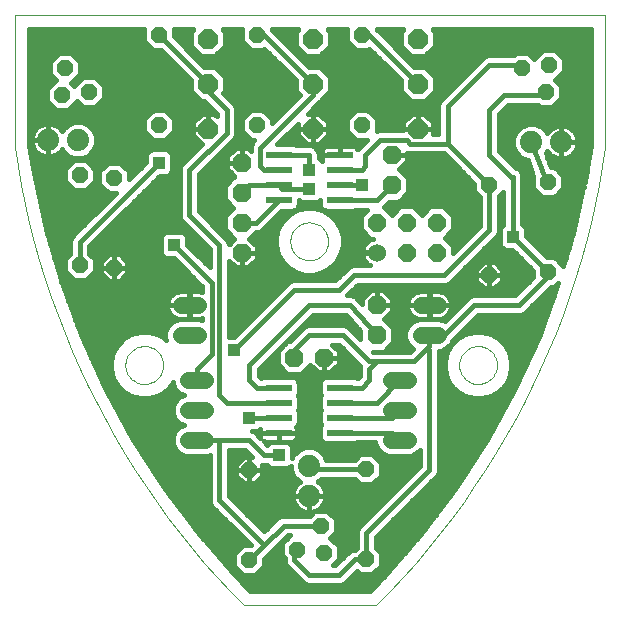
<source format=gtl>
G75*
%MOIN*%
%OFA0B0*%
%FSLAX24Y24*%
%IPPOS*%
%LPD*%
%AMOC8*
5,1,8,0,0,1.08239X$1,22.5*
%
%ADD10C,0.0010*%
%ADD11C,0.0000*%
%ADD12C,0.0740*%
%ADD13OC8,0.0520*%
%ADD14R,0.0866X0.0236*%
%ADD15OC8,0.0660*%
%ADD16OC8,0.0630*%
%ADD17C,0.0600*%
%ADD18OC8,0.0600*%
%ADD19C,0.0560*%
%ADD20C,0.0160*%
%ADD21R,0.0396X0.0396*%
D10*
X014000Y004680D02*
X018420Y004680D01*
X026050Y019940D02*
X026050Y024360D01*
X006370Y024360D01*
X006370Y019940D01*
X018420Y004680D02*
X018869Y005140D01*
X019307Y005611D01*
X019734Y006092D01*
X020149Y006582D01*
X020552Y007083D01*
X020944Y007593D01*
X021323Y008113D01*
X021689Y008641D01*
X022043Y009178D01*
X022384Y009723D01*
X022712Y010276D01*
X023026Y010836D01*
X023328Y011404D01*
X023615Y011979D01*
X023889Y012561D01*
X024149Y013149D01*
X024394Y013743D01*
X024626Y014343D01*
X024843Y014948D01*
X025046Y015558D01*
X025234Y016173D01*
X025407Y016792D01*
X025565Y017415D01*
X025709Y018042D01*
X025838Y018672D01*
X025951Y019305D01*
X026050Y019940D01*
X014000Y004680D02*
X013551Y005140D01*
X013113Y005611D01*
X012686Y006092D01*
X012271Y006582D01*
X011868Y007083D01*
X011476Y007593D01*
X011097Y008113D01*
X010731Y008641D01*
X010377Y009178D01*
X010036Y009723D01*
X009708Y010276D01*
X009394Y010836D01*
X009092Y011404D01*
X008805Y011979D01*
X008531Y012561D01*
X008271Y013149D01*
X008026Y013743D01*
X007794Y014343D01*
X007577Y014948D01*
X007374Y015558D01*
X007186Y016173D01*
X007013Y016792D01*
X006855Y017415D01*
X006711Y018042D01*
X006582Y018672D01*
X006469Y019305D01*
X006370Y019940D01*
D11*
X010050Y012680D02*
X010052Y012730D01*
X010058Y012780D01*
X010068Y012829D01*
X010082Y012877D01*
X010099Y012924D01*
X010120Y012969D01*
X010145Y013013D01*
X010173Y013054D01*
X010205Y013093D01*
X010239Y013130D01*
X010276Y013164D01*
X010316Y013194D01*
X010358Y013221D01*
X010402Y013245D01*
X010448Y013266D01*
X010495Y013282D01*
X010543Y013295D01*
X010593Y013304D01*
X010642Y013309D01*
X010693Y013310D01*
X010743Y013307D01*
X010792Y013300D01*
X010841Y013289D01*
X010889Y013274D01*
X010935Y013256D01*
X010980Y013234D01*
X011023Y013208D01*
X011064Y013179D01*
X011103Y013147D01*
X011139Y013112D01*
X011171Y013074D01*
X011201Y013034D01*
X011228Y012991D01*
X011251Y012947D01*
X011270Y012901D01*
X011286Y012853D01*
X011298Y012804D01*
X011306Y012755D01*
X011310Y012705D01*
X011310Y012655D01*
X011306Y012605D01*
X011298Y012556D01*
X011286Y012507D01*
X011270Y012459D01*
X011251Y012413D01*
X011228Y012369D01*
X011201Y012326D01*
X011171Y012286D01*
X011139Y012248D01*
X011103Y012213D01*
X011064Y012181D01*
X011023Y012152D01*
X010980Y012126D01*
X010935Y012104D01*
X010889Y012086D01*
X010841Y012071D01*
X010792Y012060D01*
X010743Y012053D01*
X010693Y012050D01*
X010642Y012051D01*
X010593Y012056D01*
X010543Y012065D01*
X010495Y012078D01*
X010448Y012094D01*
X010402Y012115D01*
X010358Y012139D01*
X010316Y012166D01*
X010276Y012196D01*
X010239Y012230D01*
X010205Y012267D01*
X010173Y012306D01*
X010145Y012347D01*
X010120Y012391D01*
X010099Y012436D01*
X010082Y012483D01*
X010068Y012531D01*
X010058Y012580D01*
X010052Y012630D01*
X010050Y012680D01*
X015550Y016805D02*
X015552Y016855D01*
X015558Y016905D01*
X015568Y016954D01*
X015582Y017002D01*
X015599Y017049D01*
X015620Y017094D01*
X015645Y017138D01*
X015673Y017179D01*
X015705Y017218D01*
X015739Y017255D01*
X015776Y017289D01*
X015816Y017319D01*
X015858Y017346D01*
X015902Y017370D01*
X015948Y017391D01*
X015995Y017407D01*
X016043Y017420D01*
X016093Y017429D01*
X016142Y017434D01*
X016193Y017435D01*
X016243Y017432D01*
X016292Y017425D01*
X016341Y017414D01*
X016389Y017399D01*
X016435Y017381D01*
X016480Y017359D01*
X016523Y017333D01*
X016564Y017304D01*
X016603Y017272D01*
X016639Y017237D01*
X016671Y017199D01*
X016701Y017159D01*
X016728Y017116D01*
X016751Y017072D01*
X016770Y017026D01*
X016786Y016978D01*
X016798Y016929D01*
X016806Y016880D01*
X016810Y016830D01*
X016810Y016780D01*
X016806Y016730D01*
X016798Y016681D01*
X016786Y016632D01*
X016770Y016584D01*
X016751Y016538D01*
X016728Y016494D01*
X016701Y016451D01*
X016671Y016411D01*
X016639Y016373D01*
X016603Y016338D01*
X016564Y016306D01*
X016523Y016277D01*
X016480Y016251D01*
X016435Y016229D01*
X016389Y016211D01*
X016341Y016196D01*
X016292Y016185D01*
X016243Y016178D01*
X016193Y016175D01*
X016142Y016176D01*
X016093Y016181D01*
X016043Y016190D01*
X015995Y016203D01*
X015948Y016219D01*
X015902Y016240D01*
X015858Y016264D01*
X015816Y016291D01*
X015776Y016321D01*
X015739Y016355D01*
X015705Y016392D01*
X015673Y016431D01*
X015645Y016472D01*
X015620Y016516D01*
X015599Y016561D01*
X015582Y016608D01*
X015568Y016656D01*
X015558Y016705D01*
X015552Y016755D01*
X015550Y016805D01*
X021175Y012680D02*
X021177Y012730D01*
X021183Y012780D01*
X021193Y012829D01*
X021207Y012877D01*
X021224Y012924D01*
X021245Y012969D01*
X021270Y013013D01*
X021298Y013054D01*
X021330Y013093D01*
X021364Y013130D01*
X021401Y013164D01*
X021441Y013194D01*
X021483Y013221D01*
X021527Y013245D01*
X021573Y013266D01*
X021620Y013282D01*
X021668Y013295D01*
X021718Y013304D01*
X021767Y013309D01*
X021818Y013310D01*
X021868Y013307D01*
X021917Y013300D01*
X021966Y013289D01*
X022014Y013274D01*
X022060Y013256D01*
X022105Y013234D01*
X022148Y013208D01*
X022189Y013179D01*
X022228Y013147D01*
X022264Y013112D01*
X022296Y013074D01*
X022326Y013034D01*
X022353Y012991D01*
X022376Y012947D01*
X022395Y012901D01*
X022411Y012853D01*
X022423Y012804D01*
X022431Y012755D01*
X022435Y012705D01*
X022435Y012655D01*
X022431Y012605D01*
X022423Y012556D01*
X022411Y012507D01*
X022395Y012459D01*
X022376Y012413D01*
X022353Y012369D01*
X022326Y012326D01*
X022296Y012286D01*
X022264Y012248D01*
X022228Y012213D01*
X022189Y012181D01*
X022148Y012152D01*
X022105Y012126D01*
X022060Y012104D01*
X022014Y012086D01*
X021966Y012071D01*
X021917Y012060D01*
X021868Y012053D01*
X021818Y012050D01*
X021767Y012051D01*
X021718Y012056D01*
X021668Y012065D01*
X021620Y012078D01*
X021573Y012094D01*
X021527Y012115D01*
X021483Y012139D01*
X021441Y012166D01*
X021401Y012196D01*
X021364Y012230D01*
X021330Y012267D01*
X021298Y012306D01*
X021270Y012347D01*
X021245Y012391D01*
X021224Y012436D01*
X021207Y012483D01*
X021193Y012531D01*
X021183Y012580D01*
X021177Y012630D01*
X021175Y012680D01*
D12*
X016170Y009330D03*
X016170Y008330D03*
X023580Y020115D03*
X024580Y020115D03*
X008470Y020180D03*
X007470Y020180D03*
D13*
X008530Y019010D03*
X009680Y018930D03*
X011180Y020680D03*
X008830Y021780D03*
X007930Y021680D03*
X008030Y022580D03*
X011180Y023680D03*
X014430Y023680D03*
X014430Y020680D03*
X017930Y020680D03*
X017930Y023680D03*
X023280Y022580D03*
X024180Y022680D03*
X024080Y021780D03*
X024150Y018780D03*
X022180Y018680D03*
X022180Y015680D03*
X024150Y015780D03*
X018080Y009200D03*
X016580Y007330D03*
X016680Y006430D03*
X015780Y006530D03*
X014180Y006180D03*
X014180Y009180D03*
X018080Y006200D03*
X009680Y015930D03*
X008530Y016010D03*
D14*
X015156Y018180D03*
X015156Y018680D03*
X015156Y019180D03*
X015156Y019680D03*
X017204Y019680D03*
X017204Y019180D03*
X017204Y018680D03*
X017204Y018180D03*
X017204Y011930D03*
X017204Y011430D03*
X017204Y010930D03*
X017204Y010430D03*
X015156Y010430D03*
X015156Y010930D03*
X015156Y011430D03*
X015156Y011930D03*
D15*
X016305Y020555D03*
X016305Y022055D03*
X016305Y023555D03*
X012805Y023555D03*
X012805Y022055D03*
X012805Y020555D03*
X019805Y020555D03*
X019805Y022055D03*
X019805Y023555D03*
D16*
X018930Y019680D03*
X018930Y018680D03*
X018430Y014680D03*
X018430Y013680D03*
X016680Y012930D03*
X015680Y012930D03*
X013930Y016430D03*
X013930Y017430D03*
X013930Y018430D03*
X013930Y019430D03*
D17*
X018430Y016430D03*
D18*
X019430Y016430D03*
X020430Y016430D03*
X020430Y017430D03*
X019430Y017430D03*
X018430Y017430D03*
D19*
X019900Y014680D02*
X020460Y014680D01*
X020460Y013680D02*
X019900Y013680D01*
X019460Y012180D02*
X018900Y012180D01*
X018900Y011180D02*
X019460Y011180D01*
X019460Y010180D02*
X018900Y010180D01*
X012710Y010180D02*
X012150Y010180D01*
X012150Y011180D02*
X012710Y011180D01*
X012710Y012180D02*
X012150Y012180D01*
X011900Y013680D02*
X012460Y013680D01*
X012460Y014680D02*
X011900Y014680D01*
D20*
X011318Y008643D02*
X012860Y008643D01*
X012860Y008801D02*
X011215Y008801D01*
X011311Y008652D02*
X010288Y010245D01*
X009381Y011908D01*
X008595Y013631D01*
X007934Y015406D01*
X007402Y017223D01*
X007001Y019074D01*
X006855Y019978D01*
X006855Y023875D01*
X010680Y023875D01*
X010680Y023473D01*
X010973Y023180D01*
X011227Y023180D01*
X012235Y022172D01*
X012235Y021819D01*
X012569Y021485D01*
X012672Y021485D01*
X013110Y021047D01*
X013110Y020971D01*
X013016Y021065D01*
X012805Y021065D01*
X012805Y020555D01*
X012805Y020555D01*
X012805Y020555D01*
X012295Y020555D01*
X012295Y020766D01*
X012594Y021065D01*
X012805Y021065D01*
X012805Y020555D01*
X012295Y020555D01*
X012295Y020344D01*
X012593Y020046D01*
X011909Y019361D01*
X011860Y019244D01*
X011860Y019116D01*
X011860Y017616D01*
X011909Y017499D01*
X011999Y017409D01*
X012860Y016547D01*
X012860Y015953D01*
X012118Y016694D01*
X012118Y016926D01*
X012082Y017014D01*
X012014Y017082D01*
X011926Y017118D01*
X011434Y017118D01*
X011346Y017082D01*
X011278Y017014D01*
X011242Y016926D01*
X011242Y016434D01*
X011278Y016346D01*
X011346Y016278D01*
X011434Y016242D01*
X011666Y016242D01*
X012610Y015297D01*
X012610Y015115D01*
X012568Y015129D01*
X012496Y015140D01*
X012190Y015140D01*
X012190Y014690D01*
X012170Y014690D01*
X012170Y015140D01*
X011864Y015140D01*
X011792Y015129D01*
X011723Y015106D01*
X011659Y015073D01*
X011600Y015031D01*
X011549Y014980D01*
X011507Y014921D01*
X011474Y014857D01*
X011451Y014788D01*
X011440Y014716D01*
X011440Y014690D01*
X012170Y014690D01*
X012170Y014670D01*
X012190Y014670D01*
X012190Y014220D01*
X012496Y014220D01*
X012568Y014231D01*
X012610Y014245D01*
X012610Y014181D01*
X012563Y014200D01*
X011797Y014200D01*
X011605Y014121D01*
X011459Y013975D01*
X011380Y013783D01*
X011380Y013577D01*
X011399Y013531D01*
X011362Y013568D01*
X011108Y013714D01*
X010826Y013790D01*
X010534Y013790D01*
X010252Y013714D01*
X009998Y013568D01*
X009792Y013362D01*
X009646Y013108D01*
X009570Y012826D01*
X009570Y012534D01*
X009646Y012252D01*
X009792Y011998D01*
X009998Y011792D01*
X010252Y011646D01*
X010534Y011570D01*
X010826Y011570D01*
X011108Y011646D01*
X011362Y011792D01*
X011568Y011998D01*
X011630Y012106D01*
X011630Y012077D01*
X011709Y011885D01*
X011855Y011739D01*
X011998Y011680D01*
X011855Y011621D01*
X011709Y011475D01*
X011630Y011283D01*
X011630Y011077D01*
X011709Y010885D01*
X011855Y010739D01*
X011998Y010680D01*
X011855Y010621D01*
X011709Y010475D01*
X011630Y010283D01*
X011630Y010077D01*
X011709Y009885D01*
X011855Y009739D01*
X012047Y009660D01*
X012813Y009660D01*
X012860Y009679D01*
X012860Y008116D01*
X012909Y007999D01*
X014227Y006680D01*
X013973Y006680D01*
X013680Y006387D01*
X013680Y005973D01*
X013973Y005680D01*
X014387Y005680D01*
X014680Y005973D01*
X014680Y006227D01*
X014861Y006409D01*
X014951Y006499D01*
X015463Y007010D01*
X015553Y007010D01*
X015280Y006737D01*
X015280Y006323D01*
X015360Y006243D01*
X015360Y006116D01*
X015409Y005999D01*
X015499Y005909D01*
X015999Y005409D01*
X016116Y005360D01*
X017244Y005360D01*
X017361Y005409D01*
X017451Y005499D01*
X017763Y005810D01*
X017873Y005700D01*
X018287Y005700D01*
X018580Y005993D01*
X018580Y006407D01*
X018400Y006587D01*
X018400Y006947D01*
X020451Y008999D01*
X020500Y009116D01*
X020500Y013160D01*
X020563Y013160D01*
X020755Y013239D01*
X020901Y013385D01*
X020945Y013493D01*
X020951Y013499D01*
X021813Y014360D01*
X023244Y014360D01*
X023361Y014409D01*
X023451Y014499D01*
X024233Y015280D01*
X024357Y015280D01*
X024487Y015410D01*
X024486Y015405D01*
X023825Y013631D01*
X023039Y011908D01*
X022132Y010245D01*
X021109Y008652D01*
X019975Y007136D01*
X018735Y005704D01*
X018214Y005165D01*
X014206Y005165D01*
X013685Y005704D01*
X012445Y007136D01*
X011311Y008652D01*
X011437Y008484D02*
X012860Y008484D01*
X012860Y008326D02*
X011555Y008326D01*
X011674Y008167D02*
X012860Y008167D01*
X012905Y008009D02*
X011792Y008009D01*
X011911Y007850D02*
X013057Y007850D01*
X013216Y007692D02*
X012030Y007692D01*
X012148Y007533D02*
X013374Y007533D01*
X013533Y007375D02*
X012267Y007375D01*
X012385Y007216D02*
X013691Y007216D01*
X013850Y007058D02*
X012513Y007058D01*
X012651Y006899D02*
X014008Y006899D01*
X014167Y006741D02*
X012788Y006741D01*
X012925Y006582D02*
X013875Y006582D01*
X013716Y006424D02*
X013062Y006424D01*
X013200Y006265D02*
X013680Y006265D01*
X013680Y006107D02*
X013337Y006107D01*
X013474Y005948D02*
X013705Y005948D01*
X013612Y005790D02*
X013863Y005790D01*
X013756Y005631D02*
X015776Y005631D01*
X015618Y005790D02*
X014497Y005790D01*
X014655Y005948D02*
X015459Y005948D01*
X015364Y006107D02*
X014680Y006107D01*
X014718Y006265D02*
X015338Y006265D01*
X015280Y006424D02*
X014876Y006424D01*
X015035Y006582D02*
X015280Y006582D01*
X015283Y006741D02*
X015193Y006741D01*
X015352Y006899D02*
X015442Y006899D01*
X015780Y006530D02*
X015680Y006430D01*
X015680Y006180D01*
X016180Y005680D01*
X017180Y005680D01*
X017700Y006200D01*
X018080Y006200D01*
X018080Y007080D01*
X020180Y009180D01*
X020180Y013180D01*
X020118Y013243D01*
X020180Y013305D01*
X020180Y013680D01*
X020680Y013680D01*
X021680Y014680D01*
X023180Y014680D01*
X024150Y015650D01*
X024150Y015780D01*
X022965Y016965D01*
X022965Y018965D01*
X022895Y018965D01*
X022180Y019680D01*
X022180Y021180D01*
X022680Y021680D01*
X023980Y021680D01*
X024080Y021780D01*
X024580Y021798D02*
X025565Y021798D01*
X025565Y021640D02*
X024580Y021640D01*
X024580Y021573D02*
X024580Y021987D01*
X024387Y022180D01*
X024387Y022180D01*
X024680Y022473D01*
X024680Y022887D01*
X024387Y023180D01*
X023973Y023180D01*
X023680Y022887D01*
X023487Y023080D01*
X023073Y023080D01*
X022993Y023000D01*
X022116Y023000D01*
X021999Y022951D01*
X021909Y022861D01*
X020534Y021486D01*
X020485Y021369D01*
X020485Y020375D01*
X020315Y020375D01*
X020315Y020555D01*
X020315Y020766D01*
X020016Y021065D01*
X019805Y021065D01*
X019805Y020555D01*
X019805Y020555D01*
X020315Y020555D01*
X019805Y020555D01*
X019805Y020555D01*
X019805Y020555D01*
X019295Y020555D01*
X019295Y020766D01*
X019594Y021065D01*
X019805Y021065D01*
X019805Y020555D01*
X019295Y020555D01*
X019295Y020500D01*
X018491Y020500D01*
X018430Y020475D01*
X018430Y020887D01*
X018137Y021180D01*
X017723Y021180D01*
X017430Y020887D01*
X017430Y020473D01*
X017723Y020180D01*
X018102Y020180D01*
X017874Y019951D01*
X017799Y019877D01*
X017781Y019909D01*
X017747Y019942D01*
X017706Y019966D01*
X017660Y019978D01*
X017204Y019978D01*
X017204Y019680D01*
X017204Y019680D01*
X017204Y019978D01*
X016747Y019978D01*
X016701Y019966D01*
X016660Y019942D01*
X016627Y019909D01*
X016603Y019868D01*
X016591Y019822D01*
X016591Y019680D01*
X016591Y019538D01*
X016603Y019492D01*
X016611Y019478D01*
X016601Y019468D01*
X016582Y019514D01*
X016514Y019582D01*
X016500Y019587D01*
X016500Y019744D01*
X016451Y019861D01*
X016361Y019951D01*
X016244Y020000D01*
X015727Y020000D01*
X015725Y020002D01*
X015637Y020038D01*
X015116Y020038D01*
X015795Y020717D01*
X015795Y020555D01*
X016305Y020555D01*
X016305Y020555D01*
X016305Y021065D01*
X016516Y021065D01*
X016815Y020766D01*
X016815Y020555D01*
X016305Y020555D01*
X016305Y020555D01*
X016305Y021065D01*
X016143Y021065D01*
X016486Y021409D01*
X016576Y021499D01*
X016591Y021535D01*
X016875Y021819D01*
X016875Y022291D01*
X016541Y022625D01*
X016188Y022625D01*
X014951Y023861D01*
X014938Y023875D01*
X015819Y023875D01*
X015735Y023791D01*
X015735Y023319D01*
X016069Y022985D01*
X016541Y022985D01*
X016875Y023319D01*
X016875Y023791D01*
X016791Y023875D01*
X017430Y023875D01*
X017430Y023473D01*
X017723Y023180D01*
X018137Y023180D01*
X018182Y023225D01*
X019235Y022172D01*
X019235Y021819D01*
X019569Y021485D01*
X020041Y021485D01*
X020375Y021819D01*
X020375Y022291D01*
X020041Y022625D01*
X019688Y022625D01*
X018438Y023875D01*
X019319Y023875D01*
X019235Y023791D01*
X019235Y023319D01*
X019569Y022985D01*
X020041Y022985D01*
X020375Y023319D01*
X020375Y023791D01*
X020291Y023875D01*
X025565Y023875D01*
X025565Y019978D01*
X025419Y019074D01*
X025018Y017223D01*
X024650Y015966D01*
X024650Y015987D01*
X024357Y016280D01*
X024103Y016280D01*
X023403Y016979D01*
X023403Y017211D01*
X023367Y017299D01*
X023299Y017367D01*
X023285Y017372D01*
X023285Y019029D01*
X023236Y019146D01*
X023146Y019236D01*
X023029Y019285D01*
X023028Y019285D01*
X022500Y019813D01*
X022500Y021047D01*
X022813Y021360D01*
X023793Y021360D01*
X023873Y021280D01*
X024287Y021280D01*
X024580Y021573D01*
X024488Y021481D02*
X025565Y021481D01*
X025565Y021323D02*
X024330Y021323D01*
X023830Y021323D02*
X022775Y021323D01*
X022617Y021164D02*
X025565Y021164D01*
X025565Y021006D02*
X022500Y021006D01*
X022500Y020847D02*
X025565Y020847D01*
X025565Y020689D02*
X023789Y020689D01*
X023701Y020725D02*
X023926Y020632D01*
X024097Y020461D01*
X024117Y020413D01*
X024160Y020473D01*
X024222Y020535D01*
X024292Y020585D01*
X024369Y020625D01*
X024451Y020651D01*
X024537Y020665D01*
X024580Y020665D01*
X024580Y020115D01*
X024580Y020115D01*
X025130Y020115D01*
X025130Y020158D01*
X025116Y020244D01*
X025090Y020326D01*
X025050Y020403D01*
X025000Y020473D01*
X024938Y020535D01*
X024868Y020585D01*
X024791Y020625D01*
X024709Y020651D01*
X024623Y020665D01*
X024580Y020665D01*
X024580Y020115D01*
X024580Y020115D01*
X025130Y020115D01*
X025130Y020072D01*
X025116Y019986D01*
X025090Y019904D01*
X025050Y019827D01*
X025000Y019757D01*
X024938Y019695D01*
X024868Y019645D01*
X024791Y019605D01*
X024709Y019579D01*
X024623Y019565D01*
X024580Y019565D01*
X024580Y020115D01*
X024580Y020115D01*
X024580Y019565D01*
X024537Y019565D01*
X024451Y019579D01*
X024369Y019605D01*
X024292Y019645D01*
X024222Y019695D01*
X024160Y019757D01*
X024117Y019817D01*
X024097Y019769D01*
X024062Y019734D01*
X024230Y019280D01*
X024357Y019280D01*
X024650Y018987D01*
X024650Y018573D01*
X024357Y018280D01*
X023943Y018280D01*
X023650Y018573D01*
X023650Y018987D01*
X023655Y018992D01*
X023465Y019505D01*
X023459Y019505D01*
X023234Y019598D01*
X023063Y019769D01*
X022970Y019994D01*
X022970Y020236D01*
X023063Y020461D01*
X023234Y020632D01*
X023459Y020725D01*
X023701Y020725D01*
X023371Y020689D02*
X022500Y020689D01*
X022500Y020530D02*
X023132Y020530D01*
X023026Y020372D02*
X022500Y020372D01*
X022500Y020213D02*
X022970Y020213D01*
X022970Y020055D02*
X022500Y020055D01*
X022500Y019896D02*
X023010Y019896D01*
X023095Y019738D02*
X022575Y019738D01*
X022734Y019579D02*
X023280Y019579D01*
X023496Y019421D02*
X022892Y019421D01*
X023084Y019262D02*
X023555Y019262D01*
X023613Y019104D02*
X023254Y019104D01*
X023285Y018945D02*
X023650Y018945D01*
X023650Y018787D02*
X023285Y018787D01*
X023285Y018628D02*
X023650Y018628D01*
X023753Y018470D02*
X023285Y018470D01*
X023285Y018311D02*
X023912Y018311D01*
X024388Y018311D02*
X025254Y018311D01*
X025220Y018153D02*
X023285Y018153D01*
X023285Y017994D02*
X025185Y017994D01*
X025151Y017836D02*
X023285Y017836D01*
X023285Y017677D02*
X025117Y017677D01*
X025082Y017519D02*
X023285Y017519D01*
X023306Y017360D02*
X025048Y017360D01*
X025012Y017202D02*
X023403Y017202D01*
X023403Y017043D02*
X024965Y017043D01*
X024919Y016885D02*
X023498Y016885D01*
X023657Y016726D02*
X024873Y016726D01*
X024826Y016568D02*
X023815Y016568D01*
X023974Y016409D02*
X024780Y016409D01*
X024733Y016251D02*
X024387Y016251D01*
X024545Y016092D02*
X024687Y016092D01*
X024446Y015300D02*
X024377Y015300D01*
X024387Y015141D02*
X024094Y015141D01*
X023935Y014983D02*
X024328Y014983D01*
X024269Y014824D02*
X023777Y014824D01*
X023618Y014666D02*
X024210Y014666D01*
X024151Y014507D02*
X023460Y014507D01*
X023047Y015000D02*
X021616Y015000D01*
X021499Y014951D01*
X020694Y014146D01*
X020563Y014200D01*
X019797Y014200D01*
X019605Y014121D01*
X019459Y013975D01*
X019380Y013783D01*
X019380Y013577D01*
X019459Y013385D01*
X019605Y013239D01*
X019645Y013223D01*
X019547Y013125D01*
X018313Y013125D01*
X018313Y013125D01*
X018660Y013125D01*
X018985Y013450D01*
X018985Y013910D01*
X018672Y014222D01*
X018925Y014475D01*
X018925Y014680D01*
X018925Y014885D01*
X018635Y015175D01*
X018430Y015175D01*
X018430Y014680D01*
X018430Y014680D01*
X018925Y014680D01*
X018430Y014680D01*
X018430Y014680D01*
X018430Y015175D01*
X018225Y015175D01*
X017935Y014885D01*
X017935Y014732D01*
X017830Y014851D01*
X017826Y014861D01*
X017789Y014899D01*
X017754Y014939D01*
X017744Y014944D01*
X017736Y014951D01*
X017687Y014972D01*
X017640Y014995D01*
X017629Y014996D01*
X017619Y015000D01*
X017566Y015000D01*
X017513Y015004D01*
X017502Y015000D01*
X017453Y015000D01*
X017813Y015360D01*
X020744Y015360D01*
X020861Y015409D01*
X020951Y015499D01*
X022361Y016909D01*
X022451Y016999D01*
X022500Y017116D01*
X022500Y018293D01*
X022645Y018438D01*
X022645Y017372D01*
X022631Y017367D01*
X022563Y017299D01*
X022527Y017211D01*
X022527Y016719D01*
X022563Y016631D01*
X022631Y016563D01*
X022719Y016527D01*
X022951Y016527D01*
X023650Y015827D01*
X023650Y015603D01*
X023047Y015000D01*
X023188Y015141D02*
X018669Y015141D01*
X018828Y014983D02*
X019552Y014983D01*
X019549Y014980D02*
X019507Y014921D01*
X019474Y014857D01*
X019451Y014788D01*
X019440Y014716D01*
X019440Y014690D01*
X020170Y014690D01*
X020170Y015140D01*
X019864Y015140D01*
X019792Y015129D01*
X019723Y015106D01*
X019659Y015073D01*
X019600Y015031D01*
X019549Y014980D01*
X019463Y014824D02*
X018925Y014824D01*
X018925Y014666D02*
X019440Y014666D01*
X019440Y014670D02*
X019440Y014644D01*
X019451Y014572D01*
X019474Y014503D01*
X019507Y014439D01*
X019549Y014380D01*
X019600Y014329D01*
X019659Y014287D01*
X019723Y014254D01*
X019792Y014231D01*
X019864Y014220D01*
X020170Y014220D01*
X020170Y014670D01*
X020190Y014670D01*
X020190Y014690D01*
X020170Y014690D01*
X020170Y014670D01*
X019440Y014670D01*
X019473Y014507D02*
X018925Y014507D01*
X018799Y014349D02*
X019581Y014349D01*
X019772Y014190D02*
X018705Y014190D01*
X018863Y014032D02*
X019516Y014032D01*
X019417Y013873D02*
X018985Y013873D01*
X018985Y013715D02*
X019380Y013715D01*
X019389Y013556D02*
X018985Y013556D01*
X018932Y013398D02*
X019454Y013398D01*
X019606Y013239D02*
X018774Y013239D01*
X018430Y012805D02*
X018180Y012805D01*
X017305Y013680D01*
X016180Y013680D01*
X015680Y013180D01*
X015680Y012930D01*
X015125Y012922D02*
X014875Y012922D01*
X015033Y013081D02*
X015125Y013081D01*
X015125Y013160D02*
X015125Y012700D01*
X015450Y012375D01*
X015910Y012375D01*
X016222Y012688D01*
X016475Y012435D01*
X016680Y012435D01*
X016885Y012435D01*
X017175Y012725D01*
X017175Y012930D01*
X017175Y013135D01*
X016950Y013360D01*
X017172Y013360D01*
X017876Y012657D01*
X017860Y012619D01*
X017860Y012313D01*
X017797Y012250D01*
X017774Y012250D01*
X017773Y012252D01*
X017684Y012288D01*
X016723Y012288D01*
X016635Y012252D01*
X016567Y012184D01*
X016531Y012096D01*
X016531Y011764D01*
X016565Y011680D01*
X016531Y011596D01*
X016531Y011264D01*
X016565Y011180D01*
X016531Y011096D01*
X016531Y010764D01*
X016565Y010680D01*
X016531Y010596D01*
X016531Y010264D01*
X016567Y010176D01*
X016635Y010108D01*
X016723Y010072D01*
X017684Y010072D01*
X017773Y010108D01*
X017774Y010110D01*
X018380Y010110D01*
X018380Y010077D01*
X018459Y009885D01*
X018605Y009739D01*
X018797Y009660D01*
X019563Y009660D01*
X019755Y009739D01*
X019860Y009845D01*
X019860Y009313D01*
X017809Y007261D01*
X017760Y007144D01*
X017760Y006587D01*
X017693Y006520D01*
X017636Y006520D01*
X017519Y006471D01*
X017047Y006000D01*
X016957Y006000D01*
X017180Y006223D01*
X017180Y006637D01*
X016887Y006930D01*
X017080Y007123D01*
X017080Y007537D01*
X016787Y007830D01*
X016400Y007830D01*
X016458Y007860D01*
X016528Y007910D01*
X016590Y007972D01*
X016640Y008042D01*
X016680Y008119D01*
X016706Y008201D01*
X016720Y008287D01*
X016720Y008330D01*
X016720Y008373D01*
X016706Y008459D01*
X016680Y008541D01*
X016640Y008618D01*
X016590Y008688D01*
X016528Y008750D01*
X016468Y008793D01*
X016516Y008813D01*
X016583Y008880D01*
X017693Y008880D01*
X017873Y008700D01*
X018287Y008700D01*
X018580Y008993D01*
X018580Y009407D01*
X018287Y009700D01*
X017873Y009700D01*
X017693Y009520D01*
X016752Y009520D01*
X016687Y009676D01*
X016516Y009847D01*
X016291Y009940D01*
X016049Y009940D01*
X015824Y009847D01*
X015653Y009676D01*
X015618Y009592D01*
X015618Y009926D01*
X015582Y010014D01*
X015514Y010082D01*
X015426Y010118D01*
X014934Y010118D01*
X014846Y010082D01*
X014788Y010024D01*
X014674Y010139D01*
X014700Y010132D01*
X015156Y010132D01*
X015156Y010430D01*
X014543Y010430D01*
X014543Y010558D01*
X014514Y010528D01*
X014426Y010492D01*
X014263Y010492D01*
X014361Y010451D01*
X014550Y010262D01*
X014543Y010288D01*
X014543Y010430D01*
X015156Y010430D01*
X015156Y010430D01*
X015156Y010430D01*
X015156Y010132D01*
X015613Y010132D01*
X015659Y010144D01*
X015700Y010168D01*
X015733Y010201D01*
X015757Y010242D01*
X015769Y010288D01*
X015769Y010430D01*
X015769Y010572D01*
X015757Y010618D01*
X015749Y010632D01*
X015793Y010676D01*
X015829Y010764D01*
X015829Y011096D01*
X015795Y011180D01*
X015829Y011264D01*
X015829Y011596D01*
X015795Y011680D01*
X015829Y011764D01*
X015829Y012096D01*
X015793Y012184D01*
X015725Y012252D01*
X015637Y012288D01*
X014676Y012288D01*
X014587Y012252D01*
X014586Y012250D01*
X014563Y012250D01*
X014500Y012313D01*
X014500Y012547D01*
X016313Y014360D01*
X017410Y014360D01*
X017875Y013828D01*
X017875Y013563D01*
X017576Y013861D01*
X017486Y013951D01*
X017369Y014000D01*
X016116Y014000D01*
X015999Y013951D01*
X015532Y013485D01*
X015450Y013485D01*
X015125Y013160D01*
X015192Y013239D02*
X015204Y013239D01*
X015350Y013398D02*
X015363Y013398D01*
X015509Y013556D02*
X015603Y013556D01*
X015667Y013715D02*
X015762Y013715D01*
X015826Y013873D02*
X015920Y013873D01*
X015984Y014032D02*
X017697Y014032D01*
X017565Y013873D02*
X017836Y013873D01*
X017875Y013715D02*
X017723Y013715D01*
X017559Y014190D02*
X016143Y014190D01*
X016301Y014349D02*
X017420Y014349D01*
X017555Y014680D02*
X018430Y013680D01*
X018430Y012805D02*
X018180Y012555D01*
X018180Y012180D01*
X017930Y011930D01*
X017204Y011930D01*
X017685Y012288D02*
X017835Y012288D01*
X017860Y012447D02*
X016897Y012447D01*
X016680Y012447D02*
X016680Y012447D01*
X016680Y012435D02*
X016680Y012930D01*
X017175Y012930D01*
X016680Y012930D01*
X016680Y012930D01*
X016680Y012930D01*
X016680Y012435D01*
X016723Y012288D02*
X015637Y012288D01*
X015816Y012130D02*
X016544Y012130D01*
X016531Y011971D02*
X015829Y011971D01*
X015829Y011813D02*
X016531Y011813D01*
X016555Y011654D02*
X015805Y011654D01*
X015829Y011496D02*
X016531Y011496D01*
X016531Y011337D02*
X015829Y011337D01*
X015795Y011179D02*
X016565Y011179D01*
X016531Y011020D02*
X015829Y011020D01*
X015829Y010862D02*
X016531Y010862D01*
X016556Y010703D02*
X015804Y010703D01*
X015769Y010545D02*
X016531Y010545D01*
X016531Y010386D02*
X015769Y010386D01*
X015769Y010430D02*
X015156Y010430D01*
X015769Y010430D01*
X015749Y010228D02*
X016546Y010228D01*
X016363Y009911D02*
X018449Y009911D01*
X018383Y010069D02*
X015527Y010069D01*
X015618Y009911D02*
X015977Y009911D01*
X015729Y009752D02*
X015618Y009752D01*
X015618Y009594D02*
X015619Y009594D01*
X015560Y009324D02*
X015560Y009209D01*
X015653Y008984D01*
X015824Y008813D01*
X015872Y008793D01*
X015812Y008750D01*
X015750Y008688D01*
X015700Y008618D01*
X015660Y008541D01*
X015634Y008459D01*
X015620Y008373D01*
X015620Y008330D01*
X016170Y008330D01*
X016720Y008330D01*
X016170Y008330D01*
X016170Y008330D01*
X016170Y007780D01*
X016213Y007780D01*
X016299Y007794D01*
X016355Y007812D01*
X016193Y007650D01*
X015266Y007650D01*
X015149Y007601D01*
X014680Y007133D01*
X013500Y008313D01*
X013500Y009860D01*
X014047Y009860D01*
X014287Y009620D01*
X014180Y009620D01*
X014180Y009180D01*
X014620Y009180D01*
X014620Y009360D01*
X014773Y009360D01*
X014778Y009346D01*
X014846Y009278D01*
X014934Y009242D01*
X015426Y009242D01*
X015514Y009278D01*
X015560Y009324D01*
X015560Y009277D02*
X015509Y009277D01*
X015598Y009118D02*
X014620Y009118D01*
X014620Y009180D02*
X014180Y009180D01*
X014180Y009180D01*
X014180Y009180D01*
X014180Y008740D01*
X014362Y008740D01*
X014620Y008998D01*
X014620Y009180D01*
X014620Y009277D02*
X014851Y009277D01*
X014582Y008960D02*
X015678Y008960D01*
X015853Y008801D02*
X014423Y008801D01*
X014180Y008801D02*
X014180Y008801D01*
X014180Y008740D02*
X014180Y009180D01*
X014180Y009180D01*
X014180Y009180D01*
X013740Y009180D01*
X013740Y009362D01*
X013998Y009620D01*
X014180Y009620D01*
X014180Y009180D01*
X013740Y009180D01*
X013740Y008998D01*
X013998Y008740D01*
X014180Y008740D01*
X014180Y008960D02*
X014180Y008960D01*
X014180Y009118D02*
X014180Y009118D01*
X014180Y009277D02*
X014180Y009277D01*
X014180Y009435D02*
X014180Y009435D01*
X014180Y009594D02*
X014180Y009594D01*
X014155Y009752D02*
X013500Y009752D01*
X013500Y009594D02*
X013971Y009594D01*
X013813Y009435D02*
X013500Y009435D01*
X013500Y009277D02*
X013740Y009277D01*
X013740Y009118D02*
X013500Y009118D01*
X013500Y008960D02*
X013778Y008960D01*
X013937Y008801D02*
X013500Y008801D01*
X013500Y008643D02*
X015717Y008643D01*
X015642Y008484D02*
X013500Y008484D01*
X013500Y008326D02*
X015620Y008326D01*
X015620Y008330D02*
X015620Y008287D01*
X015634Y008201D01*
X015660Y008119D01*
X015700Y008042D01*
X015750Y007972D01*
X015812Y007910D01*
X015882Y007860D01*
X015959Y007820D01*
X016041Y007794D01*
X016127Y007780D01*
X016170Y007780D01*
X016170Y008330D01*
X016170Y008330D01*
X016170Y008330D01*
X015620Y008330D01*
X015645Y008167D02*
X013646Y008167D01*
X013804Y008009D02*
X015724Y008009D01*
X015901Y007850D02*
X013963Y007850D01*
X014121Y007692D02*
X016234Y007692D01*
X016170Y007850D02*
X016170Y007850D01*
X016170Y008009D02*
X016170Y008009D01*
X016170Y008167D02*
X016170Y008167D01*
X016170Y008326D02*
X016170Y008326D01*
X016439Y007850D02*
X018397Y007850D01*
X018239Y007692D02*
X016926Y007692D01*
X017080Y007533D02*
X018080Y007533D01*
X017922Y007375D02*
X017080Y007375D01*
X017080Y007216D02*
X017790Y007216D01*
X017760Y007058D02*
X017015Y007058D01*
X016887Y006930D02*
X016887Y006930D01*
X016918Y006899D02*
X017760Y006899D01*
X017760Y006741D02*
X017077Y006741D01*
X017180Y006582D02*
X017755Y006582D01*
X017471Y006424D02*
X017180Y006424D01*
X017180Y006265D02*
X017312Y006265D01*
X017154Y006107D02*
X017064Y006107D01*
X017584Y005631D02*
X018664Y005631D01*
X018808Y005790D02*
X018377Y005790D01*
X018535Y005948D02*
X018946Y005948D01*
X019083Y006107D02*
X018580Y006107D01*
X018580Y006265D02*
X019220Y006265D01*
X019358Y006424D02*
X018564Y006424D01*
X018405Y006582D02*
X019495Y006582D01*
X019632Y006741D02*
X018400Y006741D01*
X018400Y006899D02*
X019769Y006899D01*
X019907Y007058D02*
X018510Y007058D01*
X018669Y007216D02*
X020035Y007216D01*
X020153Y007375D02*
X018827Y007375D01*
X018986Y007533D02*
X020272Y007533D01*
X020390Y007692D02*
X019144Y007692D01*
X019303Y007850D02*
X020509Y007850D01*
X020628Y008009D02*
X019461Y008009D01*
X019620Y008167D02*
X020746Y008167D01*
X020865Y008326D02*
X019778Y008326D01*
X019937Y008484D02*
X020983Y008484D01*
X021102Y008643D02*
X020095Y008643D01*
X020254Y008801D02*
X021205Y008801D01*
X021307Y008960D02*
X020412Y008960D01*
X020500Y009118D02*
X021408Y009118D01*
X021510Y009277D02*
X020500Y009277D01*
X020500Y009435D02*
X021612Y009435D01*
X021714Y009594D02*
X020500Y009594D01*
X020500Y009752D02*
X021816Y009752D01*
X021917Y009911D02*
X020500Y009911D01*
X020500Y010069D02*
X022019Y010069D01*
X022121Y010228D02*
X020500Y010228D01*
X020500Y010386D02*
X022209Y010386D01*
X022296Y010545D02*
X020500Y010545D01*
X020500Y010703D02*
X022382Y010703D01*
X022469Y010862D02*
X020500Y010862D01*
X020500Y011020D02*
X022555Y011020D01*
X022642Y011179D02*
X020500Y011179D01*
X020500Y011337D02*
X022728Y011337D01*
X022814Y011496D02*
X020500Y011496D01*
X020500Y011654D02*
X021362Y011654D01*
X021377Y011646D02*
X021659Y011570D01*
X021951Y011570D01*
X022233Y011646D01*
X022487Y011792D01*
X022693Y011998D01*
X022839Y012252D01*
X022915Y012534D01*
X022915Y012826D01*
X022839Y013108D01*
X022693Y013362D01*
X022487Y013568D01*
X022233Y013714D01*
X021951Y013790D01*
X021659Y013790D01*
X021377Y013714D01*
X021123Y013568D01*
X020917Y013362D01*
X020771Y013108D01*
X020695Y012826D01*
X020695Y012534D01*
X020771Y012252D01*
X020917Y011998D01*
X021123Y011792D01*
X021377Y011646D01*
X021103Y011813D02*
X020500Y011813D01*
X020500Y011971D02*
X020944Y011971D01*
X020841Y012130D02*
X020500Y012130D01*
X020500Y012288D02*
X020761Y012288D01*
X020718Y012447D02*
X020500Y012447D01*
X020500Y012605D02*
X020695Y012605D01*
X020695Y012764D02*
X020500Y012764D01*
X020500Y012922D02*
X020721Y012922D01*
X020763Y013081D02*
X020500Y013081D01*
X020754Y013239D02*
X020846Y013239D01*
X020906Y013398D02*
X020953Y013398D01*
X021009Y013556D02*
X021111Y013556D01*
X021167Y013715D02*
X021377Y013715D01*
X021326Y013873D02*
X023915Y013873D01*
X023856Y013715D02*
X022233Y013715D01*
X022499Y013556D02*
X023791Y013556D01*
X023719Y013398D02*
X022657Y013398D01*
X022764Y013239D02*
X023647Y013239D01*
X023574Y013081D02*
X022847Y013081D01*
X022889Y012922D02*
X023502Y012922D01*
X023430Y012764D02*
X022915Y012764D01*
X022915Y012605D02*
X023357Y012605D01*
X023285Y012447D02*
X022892Y012447D01*
X022849Y012288D02*
X023213Y012288D01*
X023140Y012130D02*
X022769Y012130D01*
X022666Y011971D02*
X023068Y011971D01*
X022987Y011813D02*
X022507Y011813D01*
X022248Y011654D02*
X022901Y011654D01*
X023974Y014032D02*
X021484Y014032D01*
X021643Y014190D02*
X024033Y014190D01*
X024092Y014349D02*
X021801Y014349D01*
X021371Y014824D02*
X020897Y014824D01*
X020886Y014857D02*
X020853Y014921D01*
X020811Y014980D01*
X020760Y015031D01*
X020701Y015073D01*
X020637Y015106D01*
X020568Y015129D01*
X020496Y015140D01*
X020190Y015140D01*
X020190Y014690D01*
X020920Y014690D01*
X020920Y014716D01*
X020909Y014788D01*
X020886Y014857D01*
X020808Y014983D02*
X021574Y014983D01*
X021213Y014666D02*
X020920Y014666D01*
X020920Y014670D02*
X020190Y014670D01*
X020190Y014220D01*
X020496Y014220D01*
X020568Y014231D01*
X020637Y014254D01*
X020701Y014287D01*
X020760Y014329D01*
X020811Y014380D01*
X020853Y014439D01*
X020886Y014503D01*
X020909Y014572D01*
X020920Y014644D01*
X020920Y014670D01*
X020887Y014507D02*
X021054Y014507D01*
X020896Y014349D02*
X020779Y014349D01*
X020737Y014190D02*
X020588Y014190D01*
X020190Y014349D02*
X020170Y014349D01*
X020170Y014507D02*
X020190Y014507D01*
X020190Y014666D02*
X020170Y014666D01*
X020170Y014824D02*
X020190Y014824D01*
X020190Y014983D02*
X020170Y014983D01*
X020911Y015458D02*
X021780Y015458D01*
X021740Y015498D02*
X021998Y015240D01*
X022180Y015240D01*
X022362Y015240D01*
X022620Y015498D01*
X022620Y015680D01*
X022620Y015862D01*
X022362Y016120D01*
X022180Y016120D01*
X022180Y015680D01*
X022180Y015680D01*
X022620Y015680D01*
X022180Y015680D01*
X022180Y015680D01*
X022180Y015680D01*
X021740Y015680D01*
X021740Y015862D01*
X021998Y016120D01*
X022180Y016120D01*
X022180Y015680D01*
X022180Y015240D01*
X022180Y015680D01*
X022180Y015680D01*
X021740Y015680D01*
X021740Y015498D01*
X021740Y015617D02*
X021069Y015617D01*
X021228Y015775D02*
X021740Y015775D01*
X021811Y015934D02*
X021386Y015934D01*
X021545Y016092D02*
X021970Y016092D01*
X022180Y016092D02*
X022180Y016092D01*
X022180Y015934D02*
X022180Y015934D01*
X022180Y015775D02*
X022180Y015775D01*
X022180Y015617D02*
X022180Y015617D01*
X022180Y015458D02*
X022180Y015458D01*
X022180Y015300D02*
X022180Y015300D01*
X022422Y015300D02*
X023347Y015300D01*
X023505Y015458D02*
X022580Y015458D01*
X022620Y015617D02*
X023650Y015617D01*
X023650Y015775D02*
X022620Y015775D01*
X022549Y015934D02*
X023544Y015934D01*
X023385Y016092D02*
X022390Y016092D01*
X022627Y016568D02*
X022020Y016568D01*
X022179Y016726D02*
X022527Y016726D01*
X022527Y016885D02*
X022337Y016885D01*
X022470Y017043D02*
X022527Y017043D01*
X022527Y017202D02*
X022500Y017202D01*
X022500Y017360D02*
X022624Y017360D01*
X022645Y017519D02*
X022500Y017519D01*
X022500Y017677D02*
X022645Y017677D01*
X022645Y017836D02*
X022500Y017836D01*
X022500Y017994D02*
X022645Y017994D01*
X022645Y018153D02*
X022500Y018153D01*
X022518Y018311D02*
X022645Y018311D01*
X022180Y018680D02*
X022180Y017180D01*
X020680Y015680D01*
X017680Y015680D01*
X017180Y015180D01*
X015680Y015180D01*
X013680Y013180D01*
X013666Y013618D02*
X013500Y013618D01*
X013500Y016160D01*
X013725Y015935D01*
X013930Y015935D01*
X014135Y015935D01*
X014425Y016225D01*
X014425Y016430D01*
X014425Y016635D01*
X014172Y016888D01*
X014395Y017110D01*
X014470Y017110D01*
X014588Y017159D01*
X014678Y017249D01*
X015251Y017822D01*
X015637Y017822D01*
X015725Y017858D01*
X015793Y017926D01*
X015829Y018014D01*
X015829Y018170D01*
X015846Y018153D01*
X015934Y018117D01*
X016426Y018117D01*
X016514Y018153D01*
X016531Y018170D01*
X016531Y018014D01*
X016567Y017926D01*
X016635Y017858D01*
X016723Y017822D01*
X017684Y017822D01*
X017773Y017858D01*
X017774Y017860D01*
X018096Y017860D01*
X017890Y017654D01*
X017890Y017206D01*
X018206Y016890D01*
X018292Y016890D01*
X018246Y016875D01*
X018178Y016841D01*
X018117Y016796D01*
X018064Y016743D01*
X018019Y016682D01*
X017985Y016614D01*
X017962Y016542D01*
X017950Y016468D01*
X017950Y016450D01*
X018410Y016450D01*
X018410Y016410D01*
X017950Y016410D01*
X017950Y016392D01*
X017962Y016318D01*
X017985Y016246D01*
X018019Y016178D01*
X018064Y016117D01*
X018117Y016064D01*
X018178Y016019D01*
X018217Y016000D01*
X017616Y016000D01*
X017499Y015951D01*
X017047Y015500D01*
X015616Y015500D01*
X015499Y015451D01*
X013666Y013618D01*
X013762Y013715D02*
X013500Y013715D01*
X013500Y013873D02*
X013920Y013873D01*
X014079Y014032D02*
X013500Y014032D01*
X013500Y014190D02*
X014237Y014190D01*
X014396Y014349D02*
X013500Y014349D01*
X013500Y014507D02*
X014554Y014507D01*
X014713Y014666D02*
X013500Y014666D01*
X013500Y014824D02*
X014871Y014824D01*
X015030Y014983D02*
X013500Y014983D01*
X013500Y015141D02*
X015188Y015141D01*
X015347Y015300D02*
X013500Y015300D01*
X013500Y015458D02*
X015515Y015458D01*
X015744Y015775D02*
X013500Y015775D01*
X013500Y015617D02*
X017164Y015617D01*
X017322Y015775D02*
X016616Y015775D01*
X016608Y015771D02*
X016862Y015917D01*
X017068Y016123D01*
X017214Y016377D01*
X017290Y016659D01*
X017290Y016951D01*
X017214Y017233D01*
X017068Y017487D01*
X016862Y017693D01*
X016608Y017839D01*
X016326Y017915D01*
X016034Y017915D01*
X015752Y017839D01*
X015498Y017693D01*
X015292Y017487D01*
X015146Y017233D01*
X015070Y016951D01*
X015070Y016659D01*
X015146Y016377D01*
X015292Y016123D01*
X015498Y015917D01*
X015752Y015771D01*
X016034Y015695D01*
X016326Y015695D01*
X016608Y015771D01*
X016878Y015934D02*
X017481Y015934D01*
X017141Y016251D02*
X017984Y016251D01*
X017950Y016409D02*
X017223Y016409D01*
X017265Y016568D02*
X017970Y016568D01*
X018052Y016726D02*
X017290Y016726D01*
X017290Y016885D02*
X018276Y016885D01*
X018053Y017043D02*
X017265Y017043D01*
X017223Y017202D02*
X017895Y017202D01*
X017890Y017360D02*
X017141Y017360D01*
X017036Y017519D02*
X017890Y017519D01*
X017913Y017677D02*
X016878Y017677D01*
X016690Y017836D02*
X016615Y017836D01*
X016539Y017994D02*
X015821Y017994D01*
X015829Y018153D02*
X015848Y018153D01*
X015745Y017836D02*
X015670Y017836D01*
X015482Y017677D02*
X015106Y017677D01*
X014947Y017519D02*
X015324Y017519D01*
X015219Y017360D02*
X014789Y017360D01*
X014630Y017202D02*
X015137Y017202D01*
X015095Y017043D02*
X014328Y017043D01*
X014176Y016885D02*
X015070Y016885D01*
X015070Y016726D02*
X014334Y016726D01*
X014425Y016568D02*
X015095Y016568D01*
X015137Y016409D02*
X014425Y016409D01*
X014425Y016430D02*
X013930Y016430D01*
X014425Y016430D01*
X014425Y016251D02*
X015219Y016251D01*
X015323Y016092D02*
X014292Y016092D01*
X013930Y016092D02*
X013930Y016092D01*
X013930Y015935D02*
X013930Y016430D01*
X013930Y016430D01*
X013930Y016430D01*
X013930Y015935D01*
X013930Y016251D02*
X013930Y016251D01*
X013930Y016409D02*
X013930Y016409D01*
X013568Y016092D02*
X013500Y016092D01*
X013500Y015934D02*
X015482Y015934D01*
X017037Y016092D02*
X018089Y016092D01*
X017752Y015300D02*
X021938Y015300D01*
X021703Y016251D02*
X023227Y016251D01*
X023068Y016409D02*
X021862Y016409D01*
X021432Y016885D02*
X020739Y016885D01*
X020694Y016930D02*
X020970Y017206D01*
X020970Y017654D01*
X020654Y017970D01*
X020206Y017970D01*
X019930Y017694D01*
X019654Y017970D01*
X019206Y017970D01*
X018930Y017694D01*
X018663Y017961D01*
X018828Y018125D01*
X019160Y018125D01*
X019485Y018450D01*
X019485Y018910D01*
X019172Y019222D01*
X019425Y019475D01*
X019425Y019680D01*
X019425Y019762D01*
X019491Y019735D01*
X020672Y019735D01*
X021680Y018727D01*
X021680Y018473D01*
X021860Y018293D01*
X021860Y017313D01*
X020970Y016423D01*
X020970Y016654D01*
X020694Y016930D01*
X020807Y017043D02*
X021590Y017043D01*
X021749Y017202D02*
X020965Y017202D01*
X020970Y017360D02*
X021860Y017360D01*
X021860Y017519D02*
X020970Y017519D01*
X020947Y017677D02*
X021860Y017677D01*
X021860Y017836D02*
X020788Y017836D01*
X020072Y017836D02*
X019788Y017836D01*
X019346Y018311D02*
X021842Y018311D01*
X021860Y018153D02*
X019187Y018153D01*
X019072Y017836D02*
X018788Y017836D01*
X018697Y017994D02*
X021860Y017994D01*
X021683Y018470D02*
X019485Y018470D01*
X019485Y018628D02*
X021680Y018628D01*
X021621Y018787D02*
X019485Y018787D01*
X019450Y018945D02*
X021462Y018945D01*
X021304Y019104D02*
X019291Y019104D01*
X019212Y019262D02*
X021145Y019262D01*
X020987Y019421D02*
X019371Y019421D01*
X019425Y019579D02*
X020828Y019579D01*
X020805Y020055D02*
X020805Y021305D01*
X022180Y022680D01*
X023180Y022680D01*
X023280Y022580D01*
X023660Y022908D02*
X023700Y022908D01*
X023680Y022887D02*
X023680Y022887D01*
X023501Y023066D02*
X023859Y023066D01*
X024501Y023066D02*
X025565Y023066D01*
X025565Y022908D02*
X024660Y022908D01*
X024680Y022749D02*
X025565Y022749D01*
X025565Y022591D02*
X024680Y022591D01*
X024639Y022432D02*
X025565Y022432D01*
X025565Y022274D02*
X024481Y022274D01*
X024452Y022115D02*
X025565Y022115D01*
X025565Y021957D02*
X024580Y021957D01*
X025565Y023225D02*
X020281Y023225D01*
X020375Y023383D02*
X025565Y023383D01*
X025565Y023542D02*
X020375Y023542D01*
X020375Y023700D02*
X025565Y023700D01*
X025565Y023859D02*
X020308Y023859D01*
X020122Y023066D02*
X023059Y023066D01*
X021955Y022908D02*
X019405Y022908D01*
X019488Y023066D02*
X019247Y023066D01*
X019329Y023225D02*
X019088Y023225D01*
X019235Y023383D02*
X018930Y023383D01*
X018771Y023542D02*
X019235Y023542D01*
X019235Y023700D02*
X018613Y023700D01*
X018454Y023859D02*
X019302Y023859D01*
X018500Y022908D02*
X015905Y022908D01*
X015988Y023066D02*
X015747Y023066D01*
X015829Y023225D02*
X015588Y023225D01*
X015735Y023383D02*
X015430Y023383D01*
X015271Y023542D02*
X015735Y023542D01*
X015735Y023700D02*
X015113Y023700D01*
X014954Y023859D02*
X015802Y023859D01*
X016808Y023859D02*
X017430Y023859D01*
X017430Y023700D02*
X016875Y023700D01*
X016875Y023542D02*
X017430Y023542D01*
X017520Y023383D02*
X016875Y023383D01*
X016781Y023225D02*
X017678Y023225D01*
X018182Y023225D02*
X018183Y023225D01*
X018341Y023066D02*
X016622Y023066D01*
X016576Y022591D02*
X018817Y022591D01*
X018658Y022749D02*
X016064Y022749D01*
X015634Y022274D02*
X013375Y022274D01*
X013375Y022291D02*
X013041Y022625D01*
X012688Y022625D01*
X011680Y023633D01*
X011680Y023875D01*
X012319Y023875D01*
X012235Y023791D01*
X012235Y023319D01*
X012569Y022985D01*
X013041Y022985D01*
X013375Y023319D01*
X013375Y023791D01*
X013291Y023875D01*
X013930Y023875D01*
X013930Y023473D01*
X014223Y023180D01*
X014637Y023180D01*
X014682Y023225D01*
X015735Y022172D01*
X015735Y021819D01*
X015863Y021691D01*
X014930Y020758D01*
X014930Y020887D01*
X014637Y021180D01*
X014223Y021180D01*
X013930Y020887D01*
X013930Y020473D01*
X014223Y020180D01*
X014352Y020180D01*
X014284Y020111D01*
X014235Y019994D01*
X014235Y019825D01*
X014135Y019925D01*
X013930Y019925D01*
X013930Y019430D01*
X013930Y019430D01*
X013930Y019430D01*
X013435Y019430D01*
X013435Y019635D01*
X013725Y019925D01*
X013930Y019925D01*
X013930Y019430D01*
X013435Y019430D01*
X013435Y019225D01*
X013688Y018972D01*
X013375Y018660D01*
X013375Y018200D01*
X013645Y017930D01*
X013375Y017660D01*
X013375Y017200D01*
X013688Y016888D01*
X013500Y016700D01*
X013500Y016744D01*
X013451Y016861D01*
X012500Y017813D01*
X012500Y019047D01*
X013701Y020249D01*
X013750Y020366D01*
X013750Y020494D01*
X013750Y021116D01*
X013750Y021244D01*
X013701Y021361D01*
X013309Y021753D01*
X013375Y021819D01*
X013375Y022291D01*
X013375Y022115D02*
X015735Y022115D01*
X015735Y021957D02*
X013375Y021957D01*
X013354Y021798D02*
X015756Y021798D01*
X015812Y021640D02*
X013423Y021640D01*
X013582Y021481D02*
X015653Y021481D01*
X015495Y021323D02*
X013717Y021323D01*
X013750Y021164D02*
X014207Y021164D01*
X014048Y021006D02*
X013750Y021006D01*
X013750Y020847D02*
X013930Y020847D01*
X013930Y020689D02*
X013750Y020689D01*
X013750Y020530D02*
X013930Y020530D01*
X014031Y020372D02*
X013750Y020372D01*
X013666Y020213D02*
X014190Y020213D01*
X014260Y020055D02*
X013507Y020055D01*
X013349Y019896D02*
X013696Y019896D01*
X013537Y019738D02*
X013190Y019738D01*
X013032Y019579D02*
X013435Y019579D01*
X013435Y019421D02*
X012873Y019421D01*
X012715Y019262D02*
X013435Y019262D01*
X013556Y019104D02*
X012556Y019104D01*
X012500Y018945D02*
X013660Y018945D01*
X013502Y018787D02*
X012500Y018787D01*
X012500Y018628D02*
X013375Y018628D01*
X013375Y018470D02*
X012500Y018470D01*
X012500Y018311D02*
X013375Y018311D01*
X013423Y018153D02*
X012500Y018153D01*
X012500Y017994D02*
X013581Y017994D01*
X013551Y017836D02*
X012500Y017836D01*
X012636Y017677D02*
X013392Y017677D01*
X013375Y017519D02*
X012794Y017519D01*
X012953Y017360D02*
X013375Y017360D01*
X013375Y017202D02*
X013111Y017202D01*
X013270Y017043D02*
X013532Y017043D01*
X013428Y016885D02*
X013684Y016885D01*
X013526Y016726D02*
X013500Y016726D01*
X013180Y016680D02*
X012180Y017680D01*
X012180Y019180D01*
X013430Y020430D01*
X013430Y021180D01*
X012805Y021805D01*
X012805Y022055D01*
X011180Y023680D01*
X011680Y023700D02*
X012235Y023700D01*
X012235Y023542D02*
X011771Y023542D01*
X011930Y023383D02*
X012235Y023383D01*
X012329Y023225D02*
X012088Y023225D01*
X012247Y023066D02*
X012488Y023066D01*
X012405Y022908D02*
X015000Y022908D01*
X014841Y023066D02*
X013122Y023066D01*
X013281Y023225D02*
X014178Y023225D01*
X014020Y023383D02*
X013375Y023383D01*
X013375Y023542D02*
X013930Y023542D01*
X013930Y023700D02*
X013375Y023700D01*
X013308Y023859D02*
X013930Y023859D01*
X014430Y023680D02*
X014680Y023680D01*
X016305Y022055D01*
X016305Y021680D01*
X014555Y019930D01*
X014555Y019305D01*
X014680Y019180D01*
X015156Y019180D01*
X015156Y018680D02*
X015281Y018555D01*
X016180Y018555D01*
X016512Y018153D02*
X016531Y018153D01*
X017204Y018180D02*
X018430Y018180D01*
X018930Y018680D01*
X017930Y018680D02*
X017204Y018680D01*
X017204Y019180D02*
X017930Y019180D01*
X018055Y019305D01*
X018055Y019680D01*
X018555Y020180D01*
X019430Y020180D01*
X019555Y020055D01*
X020805Y020055D01*
X022180Y018680D01*
X024030Y018900D02*
X023580Y020115D01*
X024028Y020530D02*
X024217Y020530D01*
X024580Y020530D02*
X024580Y020530D01*
X024580Y020372D02*
X024580Y020372D01*
X024580Y020213D02*
X024580Y020213D01*
X024580Y020055D02*
X024580Y020055D01*
X024580Y019896D02*
X024580Y019896D01*
X024580Y019738D02*
X024580Y019738D01*
X024580Y019579D02*
X024580Y019579D01*
X024710Y019579D02*
X025501Y019579D01*
X025526Y019738D02*
X024980Y019738D01*
X025086Y019896D02*
X025552Y019896D01*
X025565Y020055D02*
X025127Y020055D01*
X025121Y020213D02*
X025565Y020213D01*
X025565Y020372D02*
X025067Y020372D01*
X024943Y020530D02*
X025565Y020530D01*
X025475Y019421D02*
X024178Y019421D01*
X024120Y019579D02*
X024450Y019579D01*
X024180Y019738D02*
X024065Y019738D01*
X024375Y019262D02*
X025450Y019262D01*
X025424Y019104D02*
X024534Y019104D01*
X024650Y018945D02*
X025391Y018945D01*
X025357Y018787D02*
X024650Y018787D01*
X024650Y018628D02*
X025323Y018628D01*
X025288Y018470D02*
X024547Y018470D01*
X024150Y018780D02*
X024030Y018900D01*
X021273Y016726D02*
X020898Y016726D01*
X020970Y016568D02*
X021115Y016568D01*
X018430Y015141D02*
X018430Y015141D01*
X018430Y014983D02*
X018430Y014983D01*
X018430Y014824D02*
X018430Y014824D01*
X018191Y015141D02*
X017594Y015141D01*
X017665Y014983D02*
X018032Y014983D01*
X017935Y014824D02*
X017854Y014824D01*
X017555Y014680D02*
X016180Y014680D01*
X014180Y012680D01*
X014180Y012180D01*
X014430Y011930D01*
X015156Y011930D01*
X015156Y011430D02*
X013430Y011430D01*
X013180Y011680D01*
X013180Y016680D01*
X012840Y016568D02*
X012245Y016568D01*
X012118Y016726D02*
X012681Y016726D01*
X012523Y016885D02*
X012118Y016885D01*
X012053Y017043D02*
X012364Y017043D01*
X012206Y017202D02*
X009404Y017202D01*
X009563Y017360D02*
X012047Y017360D01*
X011901Y017519D02*
X009721Y017519D01*
X009880Y017677D02*
X011860Y017677D01*
X011860Y017836D02*
X010038Y017836D01*
X010197Y017994D02*
X011860Y017994D01*
X011860Y018153D02*
X010355Y018153D01*
X010514Y018311D02*
X011860Y018311D01*
X011860Y018470D02*
X010672Y018470D01*
X010831Y018628D02*
X011860Y018628D01*
X011860Y018787D02*
X010989Y018787D01*
X011148Y018945D02*
X011860Y018945D01*
X011860Y019104D02*
X011585Y019104D01*
X011582Y019096D02*
X011618Y019184D01*
X011618Y019676D01*
X011582Y019764D01*
X011514Y019832D01*
X011426Y019868D01*
X010934Y019868D01*
X010846Y019832D01*
X010778Y019764D01*
X010742Y019676D01*
X010742Y019444D01*
X010180Y018883D01*
X010180Y019137D01*
X009887Y019430D01*
X009473Y019430D01*
X009180Y019137D01*
X009180Y018723D01*
X009473Y018430D01*
X009727Y018430D01*
X008349Y017051D01*
X008259Y016961D01*
X008210Y016844D01*
X008210Y016397D01*
X008030Y016217D01*
X008030Y015803D01*
X008323Y015510D01*
X008737Y015510D01*
X009030Y015803D01*
X009030Y016217D01*
X008850Y016397D01*
X008850Y016647D01*
X011194Y018992D01*
X011426Y018992D01*
X011514Y019028D01*
X011582Y019096D01*
X011618Y019262D02*
X011868Y019262D01*
X011968Y019421D02*
X011618Y019421D01*
X011618Y019579D02*
X012126Y019579D01*
X012285Y019738D02*
X011593Y019738D01*
X011387Y020180D02*
X011680Y020473D01*
X011680Y020887D01*
X011387Y021180D01*
X010973Y021180D01*
X010680Y020887D01*
X010680Y020473D01*
X010973Y020180D01*
X011387Y020180D01*
X011420Y020213D02*
X012426Y020213D01*
X012295Y020372D02*
X011579Y020372D01*
X011680Y020530D02*
X012295Y020530D01*
X012295Y020689D02*
X011680Y020689D01*
X011680Y020847D02*
X012376Y020847D01*
X012534Y021006D02*
X011562Y021006D01*
X011403Y021164D02*
X012993Y021164D01*
X013076Y021006D02*
X013110Y021006D01*
X012805Y021006D02*
X012805Y021006D01*
X012805Y020847D02*
X012805Y020847D01*
X012805Y020689D02*
X012805Y020689D01*
X012835Y021323D02*
X009080Y021323D01*
X009037Y021280D02*
X009330Y021573D01*
X009330Y021987D01*
X009037Y022280D01*
X008623Y022280D01*
X008330Y021987D01*
X008237Y022080D01*
X008237Y022080D01*
X008530Y022373D01*
X008530Y022787D01*
X008237Y023080D01*
X007823Y023080D01*
X007530Y022787D01*
X007530Y022373D01*
X007723Y022180D01*
X007723Y022180D01*
X007430Y021887D01*
X007430Y021473D01*
X007723Y021180D01*
X008137Y021180D01*
X008430Y021473D01*
X008623Y021280D01*
X009037Y021280D01*
X009238Y021481D02*
X012676Y021481D01*
X012414Y021640D02*
X009330Y021640D01*
X009330Y021798D02*
X012256Y021798D01*
X012235Y021957D02*
X009330Y021957D01*
X009202Y022115D02*
X012235Y022115D01*
X012134Y022274D02*
X009044Y022274D01*
X008616Y022274D02*
X008431Y022274D01*
X008458Y022115D02*
X008272Y022115D01*
X008330Y021987D02*
X008330Y021987D01*
X008530Y022432D02*
X011975Y022432D01*
X011817Y022591D02*
X008530Y022591D01*
X008530Y022749D02*
X011658Y022749D01*
X011500Y022908D02*
X008410Y022908D01*
X008251Y023066D02*
X011341Y023066D01*
X010928Y023225D02*
X006855Y023225D01*
X006855Y023383D02*
X010770Y023383D01*
X010680Y023542D02*
X006855Y023542D01*
X006855Y023700D02*
X010680Y023700D01*
X010680Y023859D02*
X006855Y023859D01*
X006855Y023066D02*
X007809Y023066D01*
X007650Y022908D02*
X006855Y022908D01*
X006855Y022749D02*
X007530Y022749D01*
X007530Y022591D02*
X006855Y022591D01*
X006855Y022432D02*
X007530Y022432D01*
X007629Y022274D02*
X006855Y022274D01*
X006855Y022115D02*
X007658Y022115D01*
X007499Y021957D02*
X006855Y021957D01*
X006855Y021798D02*
X007430Y021798D01*
X007430Y021640D02*
X006855Y021640D01*
X006855Y021481D02*
X007430Y021481D01*
X007580Y021323D02*
X006855Y021323D01*
X006855Y021164D02*
X010957Y021164D01*
X010798Y021006D02*
X006855Y021006D01*
X006855Y020847D02*
X010680Y020847D01*
X010680Y020689D02*
X008824Y020689D01*
X008816Y020697D02*
X008591Y020790D01*
X008349Y020790D01*
X008124Y020697D01*
X007953Y020526D01*
X007933Y020478D01*
X007890Y020538D01*
X007828Y020600D01*
X007758Y020650D01*
X007681Y020690D01*
X007599Y020716D01*
X007513Y020730D01*
X007470Y020730D01*
X007470Y020180D01*
X007470Y020180D01*
X007470Y020730D01*
X007427Y020730D01*
X007341Y020716D01*
X007259Y020690D01*
X007182Y020650D01*
X007112Y020600D01*
X007050Y020538D01*
X007000Y020468D01*
X006960Y020391D01*
X006934Y020309D01*
X006920Y020223D01*
X006920Y020180D01*
X007470Y020180D01*
X007470Y019630D01*
X007513Y019630D01*
X007599Y019644D01*
X007681Y019670D01*
X007758Y019710D01*
X007828Y019760D01*
X007890Y019822D01*
X007933Y019882D01*
X007953Y019834D01*
X008124Y019663D01*
X008349Y019570D01*
X008591Y019570D01*
X008816Y019663D01*
X008987Y019834D01*
X009080Y020059D01*
X009080Y020301D01*
X008987Y020526D01*
X008816Y020697D01*
X008983Y020530D02*
X010680Y020530D01*
X010781Y020372D02*
X009051Y020372D01*
X009080Y020213D02*
X010940Y020213D01*
X010767Y019738D02*
X008890Y019738D01*
X009013Y019896D02*
X012443Y019896D01*
X012584Y020055D02*
X009078Y020055D01*
X008737Y019510D02*
X008323Y019510D01*
X008030Y019217D01*
X008030Y018803D01*
X008323Y018510D01*
X008737Y018510D01*
X009030Y018803D01*
X009030Y019217D01*
X008737Y019510D01*
X008827Y019421D02*
X009463Y019421D01*
X009305Y019262D02*
X008985Y019262D01*
X009030Y019104D02*
X009180Y019104D01*
X009180Y018945D02*
X009030Y018945D01*
X009014Y018787D02*
X009180Y018787D01*
X009275Y018628D02*
X008855Y018628D01*
X009433Y018470D02*
X007132Y018470D01*
X007097Y018628D02*
X008205Y018628D01*
X008046Y018787D02*
X007063Y018787D01*
X007029Y018945D02*
X008030Y018945D01*
X008030Y019104D02*
X006996Y019104D01*
X006970Y019262D02*
X008075Y019262D01*
X008233Y019421D02*
X006945Y019421D01*
X006919Y019579D02*
X008327Y019579D01*
X008613Y019579D02*
X010742Y019579D01*
X010718Y019421D02*
X009897Y019421D01*
X010055Y019262D02*
X010559Y019262D01*
X010401Y019104D02*
X010180Y019104D01*
X010180Y018945D02*
X010242Y018945D01*
X009608Y018311D02*
X007166Y018311D01*
X007200Y018153D02*
X009450Y018153D01*
X009291Y017994D02*
X007235Y017994D01*
X007269Y017836D02*
X009133Y017836D01*
X008974Y017677D02*
X007303Y017677D01*
X007338Y017519D02*
X008816Y017519D01*
X008657Y017360D02*
X007372Y017360D01*
X007408Y017202D02*
X008499Y017202D01*
X008340Y017043D02*
X007455Y017043D01*
X007501Y016885D02*
X008227Y016885D01*
X008210Y016726D02*
X007547Y016726D01*
X007594Y016568D02*
X008210Y016568D01*
X008210Y016409D02*
X007640Y016409D01*
X007687Y016251D02*
X008063Y016251D01*
X008030Y016092D02*
X007733Y016092D01*
X007779Y015934D02*
X008030Y015934D01*
X008058Y015775D02*
X007826Y015775D01*
X007872Y015617D02*
X008216Y015617D01*
X007919Y015458D02*
X012449Y015458D01*
X012291Y015617D02*
X009989Y015617D01*
X009862Y015490D02*
X010120Y015748D01*
X010120Y015930D01*
X010120Y016112D01*
X009862Y016370D01*
X009680Y016370D01*
X009680Y015930D01*
X009680Y015930D01*
X010120Y015930D01*
X009680Y015930D01*
X009680Y015930D01*
X009680Y015930D01*
X009240Y015930D01*
X009240Y016112D01*
X009498Y016370D01*
X009680Y016370D01*
X009680Y015930D01*
X009680Y015490D01*
X009862Y015490D01*
X009680Y015490D02*
X009680Y015930D01*
X009680Y015930D01*
X009240Y015930D01*
X009240Y015748D01*
X009498Y015490D01*
X009680Y015490D01*
X009680Y015617D02*
X009680Y015617D01*
X009680Y015775D02*
X009680Y015775D01*
X009680Y015934D02*
X009680Y015934D01*
X009680Y016092D02*
X009680Y016092D01*
X009680Y016251D02*
X009680Y016251D01*
X009982Y016251D02*
X011413Y016251D01*
X011252Y016409D02*
X008850Y016409D01*
X008850Y016568D02*
X011242Y016568D01*
X011242Y016726D02*
X008929Y016726D01*
X009087Y016885D02*
X011242Y016885D01*
X011307Y017043D02*
X009246Y017043D01*
X008530Y016780D02*
X008530Y016010D01*
X008844Y015617D02*
X009371Y015617D01*
X009240Y015775D02*
X009002Y015775D01*
X009030Y015934D02*
X009240Y015934D01*
X009240Y016092D02*
X009030Y016092D01*
X008997Y016251D02*
X009378Y016251D01*
X010120Y016092D02*
X011815Y016092D01*
X011974Y015934D02*
X010120Y015934D01*
X010120Y015775D02*
X012132Y015775D01*
X012608Y015300D02*
X007974Y015300D01*
X008033Y015141D02*
X012610Y015141D01*
X012930Y015430D02*
X012930Y013055D01*
X012430Y012555D01*
X012430Y012180D01*
X011936Y011654D02*
X011123Y011654D01*
X011382Y011813D02*
X011782Y011813D01*
X011674Y011971D02*
X011541Y011971D01*
X011730Y011496D02*
X009606Y011496D01*
X009519Y011654D02*
X010237Y011654D01*
X009978Y011813D02*
X009433Y011813D01*
X009352Y011971D02*
X009819Y011971D01*
X009716Y012130D02*
X009280Y012130D01*
X009207Y012288D02*
X009636Y012288D01*
X009593Y012447D02*
X009135Y012447D01*
X009063Y012605D02*
X009570Y012605D01*
X009570Y012764D02*
X008990Y012764D01*
X008918Y012922D02*
X009596Y012922D01*
X009638Y013081D02*
X008846Y013081D01*
X008773Y013239D02*
X009721Y013239D01*
X009828Y013398D02*
X008701Y013398D01*
X008629Y013556D02*
X009986Y013556D01*
X010252Y013715D02*
X008564Y013715D01*
X008505Y013873D02*
X011417Y013873D01*
X011380Y013715D02*
X011108Y013715D01*
X011374Y013556D02*
X011389Y013556D01*
X011516Y014032D02*
X008446Y014032D01*
X008387Y014190D02*
X011772Y014190D01*
X011792Y014231D02*
X011864Y014220D01*
X012170Y014220D01*
X012170Y014670D01*
X011440Y014670D01*
X011440Y014644D01*
X011451Y014572D01*
X011474Y014503D01*
X011507Y014439D01*
X011549Y014380D01*
X011600Y014329D01*
X011659Y014287D01*
X011723Y014254D01*
X011792Y014231D01*
X011581Y014349D02*
X008328Y014349D01*
X008269Y014507D02*
X011473Y014507D01*
X011440Y014666D02*
X008210Y014666D01*
X008151Y014824D02*
X011463Y014824D01*
X011552Y014983D02*
X008092Y014983D01*
X008530Y016780D02*
X011180Y019430D01*
X013930Y019579D02*
X013930Y019579D01*
X013930Y019738D02*
X013930Y019738D01*
X013930Y019896D02*
X013930Y019896D01*
X014164Y019896D02*
X014235Y019896D01*
X015132Y020055D02*
X016084Y020055D01*
X016094Y020045D02*
X016305Y020045D01*
X016516Y020045D01*
X016815Y020344D01*
X016815Y020555D01*
X016305Y020555D01*
X016305Y020045D01*
X016305Y020555D01*
X016305Y020555D01*
X016305Y020555D01*
X015795Y020555D01*
X015795Y020344D01*
X016094Y020045D01*
X016305Y020055D02*
X016305Y020055D01*
X016305Y020213D02*
X016305Y020213D01*
X016305Y020372D02*
X016305Y020372D01*
X016305Y020530D02*
X016305Y020530D01*
X016305Y020689D02*
X016305Y020689D01*
X016305Y020847D02*
X016305Y020847D01*
X016305Y021006D02*
X016305Y021006D01*
X016242Y021164D02*
X017707Y021164D01*
X017548Y021006D02*
X016576Y021006D01*
X016734Y020847D02*
X017430Y020847D01*
X017430Y020689D02*
X016815Y020689D01*
X016815Y020530D02*
X017430Y020530D01*
X017531Y020372D02*
X016815Y020372D01*
X016684Y020213D02*
X017690Y020213D01*
X017874Y019951D02*
X017874Y019951D01*
X017818Y019896D02*
X017788Y019896D01*
X017977Y020055D02*
X016526Y020055D01*
X016619Y019896D02*
X016417Y019896D01*
X016500Y019738D02*
X016591Y019738D01*
X016591Y019680D02*
X017204Y019680D01*
X016591Y019680D01*
X016591Y019579D02*
X016517Y019579D01*
X016180Y019680D02*
X016180Y019180D01*
X016180Y019680D02*
X015156Y019680D01*
X015291Y020213D02*
X015926Y020213D01*
X015795Y020372D02*
X015449Y020372D01*
X015608Y020530D02*
X015795Y020530D01*
X015795Y020689D02*
X015766Y020689D01*
X015178Y021006D02*
X014812Y021006D01*
X014930Y020847D02*
X015019Y020847D01*
X015336Y021164D02*
X014653Y021164D01*
X015475Y022432D02*
X013234Y022432D01*
X013076Y022591D02*
X015317Y022591D01*
X015158Y022749D02*
X012564Y022749D01*
X012302Y023859D02*
X011680Y023859D01*
X014682Y023225D02*
X014683Y023225D01*
X016734Y022432D02*
X018975Y022432D01*
X019134Y022274D02*
X016875Y022274D01*
X016875Y022115D02*
X019235Y022115D01*
X019235Y021957D02*
X016875Y021957D01*
X016854Y021798D02*
X019256Y021798D01*
X019414Y021640D02*
X016696Y021640D01*
X016559Y021481D02*
X020532Y021481D01*
X020485Y021323D02*
X016400Y021323D01*
X017204Y019896D02*
X017204Y019896D01*
X017204Y019738D02*
X017204Y019738D01*
X017204Y019680D02*
X017204Y019680D01*
X018430Y020530D02*
X019295Y020530D01*
X019295Y020689D02*
X018430Y020689D01*
X018430Y020847D02*
X019376Y020847D01*
X019534Y021006D02*
X018312Y021006D01*
X018153Y021164D02*
X020485Y021164D01*
X020485Y021006D02*
X020076Y021006D01*
X020234Y020847D02*
X020485Y020847D01*
X020485Y020689D02*
X020315Y020689D01*
X020315Y020530D02*
X020485Y020530D01*
X019805Y020689D02*
X019805Y020689D01*
X019805Y020847D02*
X019805Y020847D01*
X019805Y021006D02*
X019805Y021006D01*
X020196Y021640D02*
X020687Y021640D01*
X020845Y021798D02*
X020354Y021798D01*
X020375Y021957D02*
X021004Y021957D01*
X021162Y022115D02*
X020375Y022115D01*
X020375Y022274D02*
X021321Y022274D01*
X021479Y022432D02*
X020234Y022432D01*
X020076Y022591D02*
X021638Y022591D01*
X021796Y022749D02*
X019564Y022749D01*
X019805Y022055D02*
X018180Y023680D01*
X017930Y023680D01*
X018930Y019680D02*
X019425Y019680D01*
X018930Y019680D01*
X018930Y019680D01*
X019425Y019738D02*
X019485Y019738D01*
X018072Y017836D02*
X017717Y017836D01*
X015156Y018180D02*
X014406Y017430D01*
X013930Y017430D01*
X013930Y018430D02*
X014180Y018680D01*
X015156Y018680D01*
X012860Y016409D02*
X012404Y016409D01*
X012562Y016251D02*
X012860Y016251D01*
X012860Y016092D02*
X012721Y016092D01*
X012930Y015430D02*
X011680Y016680D01*
X012170Y014983D02*
X012190Y014983D01*
X012190Y014824D02*
X012170Y014824D01*
X012170Y014666D02*
X012190Y014666D01*
X012190Y014507D02*
X012170Y014507D01*
X012170Y014349D02*
X012190Y014349D01*
X012588Y014190D02*
X012610Y014190D01*
X014558Y012605D02*
X015220Y012605D01*
X015125Y012764D02*
X014716Y012764D01*
X014500Y012447D02*
X015379Y012447D01*
X015981Y012447D02*
X016463Y012447D01*
X016305Y012605D02*
X016140Y012605D01*
X016680Y012605D02*
X016680Y012605D01*
X016680Y012764D02*
X016680Y012764D01*
X016680Y012922D02*
X016680Y012922D01*
X017055Y012605D02*
X017860Y012605D01*
X017769Y012764D02*
X017175Y012764D01*
X017175Y012922D02*
X017610Y012922D01*
X017452Y013081D02*
X017175Y013081D01*
X017071Y013239D02*
X017293Y013239D01*
X018430Y012805D02*
X019680Y012805D01*
X020118Y013243D01*
X019180Y012180D02*
X018430Y011430D01*
X017204Y011430D01*
X017204Y010930D02*
X018930Y010930D01*
X019180Y011180D01*
X018930Y010430D02*
X019180Y010180D01*
X018930Y010430D02*
X017204Y010430D01*
X016611Y009752D02*
X018593Y009752D01*
X018394Y009594D02*
X019860Y009594D01*
X019860Y009752D02*
X019767Y009752D01*
X019860Y009435D02*
X018552Y009435D01*
X018580Y009277D02*
X019824Y009277D01*
X019665Y009118D02*
X018580Y009118D01*
X018547Y008960D02*
X019507Y008960D01*
X019348Y008801D02*
X018388Y008801D01*
X018080Y009200D02*
X016300Y009200D01*
X016170Y009330D01*
X016721Y009594D02*
X017766Y009594D01*
X017772Y008801D02*
X016487Y008801D01*
X016623Y008643D02*
X019190Y008643D01*
X019031Y008484D02*
X016698Y008484D01*
X016720Y008326D02*
X018873Y008326D01*
X018714Y008167D02*
X016695Y008167D01*
X016616Y008009D02*
X018556Y008009D01*
X016580Y007330D02*
X015330Y007330D01*
X014680Y006680D01*
X013180Y008180D01*
X013180Y010180D01*
X014180Y010180D01*
X014680Y009680D01*
X015180Y009680D01*
X014833Y010069D02*
X014744Y010069D01*
X014543Y010386D02*
X014427Y010386D01*
X014530Y010545D02*
X014543Y010545D01*
X014180Y010930D02*
X015156Y010930D01*
X015156Y010430D02*
X015156Y010430D01*
X015156Y010386D02*
X015156Y010386D01*
X015156Y010228D02*
X015156Y010228D01*
X013180Y010180D02*
X012430Y010180D01*
X011943Y010703D02*
X010038Y010703D01*
X010124Y010545D02*
X011779Y010545D01*
X011672Y010386D02*
X010211Y010386D01*
X010299Y010228D02*
X011630Y010228D01*
X011633Y010069D02*
X010401Y010069D01*
X010503Y009911D02*
X011699Y009911D01*
X011843Y009752D02*
X010604Y009752D01*
X010706Y009594D02*
X012860Y009594D01*
X012860Y009435D02*
X010808Y009435D01*
X010910Y009277D02*
X012860Y009277D01*
X012860Y009118D02*
X011012Y009118D01*
X011113Y008960D02*
X012860Y008960D01*
X014280Y007533D02*
X015080Y007533D01*
X014922Y007375D02*
X014438Y007375D01*
X014597Y007216D02*
X014763Y007216D01*
X014680Y006680D02*
X014180Y006180D01*
X013909Y005473D02*
X015935Y005473D01*
X017425Y005473D02*
X018511Y005473D01*
X018358Y005314D02*
X014062Y005314D01*
X017742Y005790D02*
X017783Y005790D01*
X011733Y010862D02*
X009951Y010862D01*
X009865Y011020D02*
X011653Y011020D01*
X011630Y011179D02*
X009778Y011179D01*
X009692Y011337D02*
X011652Y011337D01*
X014525Y012288D02*
X014675Y012288D01*
X008050Y019738D02*
X007797Y019738D01*
X007470Y019738D02*
X007470Y019738D01*
X007470Y019630D02*
X007470Y020180D01*
X007470Y020180D01*
X007470Y020180D01*
X006920Y020180D01*
X006920Y020137D01*
X006934Y020051D01*
X006960Y019969D01*
X007000Y019892D01*
X007050Y019822D01*
X007112Y019760D01*
X007182Y019710D01*
X007259Y019670D01*
X007341Y019644D01*
X007427Y019630D01*
X007470Y019630D01*
X007470Y019896D02*
X007470Y019896D01*
X007470Y020055D02*
X007470Y020055D01*
X007470Y020213D02*
X007470Y020213D01*
X007470Y020372D02*
X007470Y020372D01*
X007470Y020530D02*
X007470Y020530D01*
X007470Y020689D02*
X007470Y020689D01*
X007257Y020689D02*
X006855Y020689D01*
X006855Y020530D02*
X007044Y020530D01*
X006954Y020372D02*
X006855Y020372D01*
X006855Y020213D02*
X006920Y020213D01*
X006933Y020055D02*
X006855Y020055D01*
X006868Y019896D02*
X006997Y019896D01*
X006894Y019738D02*
X007143Y019738D01*
X007896Y020530D02*
X007957Y020530D01*
X008116Y020689D02*
X007683Y020689D01*
X008280Y021323D02*
X008580Y021323D01*
X008430Y021473D02*
X008430Y021473D01*
D21*
X011180Y019430D03*
X011680Y016680D03*
X013680Y013180D03*
X014180Y010930D03*
X015180Y009680D03*
X022965Y016965D03*
X017930Y018680D03*
X016180Y018555D03*
X016180Y019180D03*
M02*

</source>
